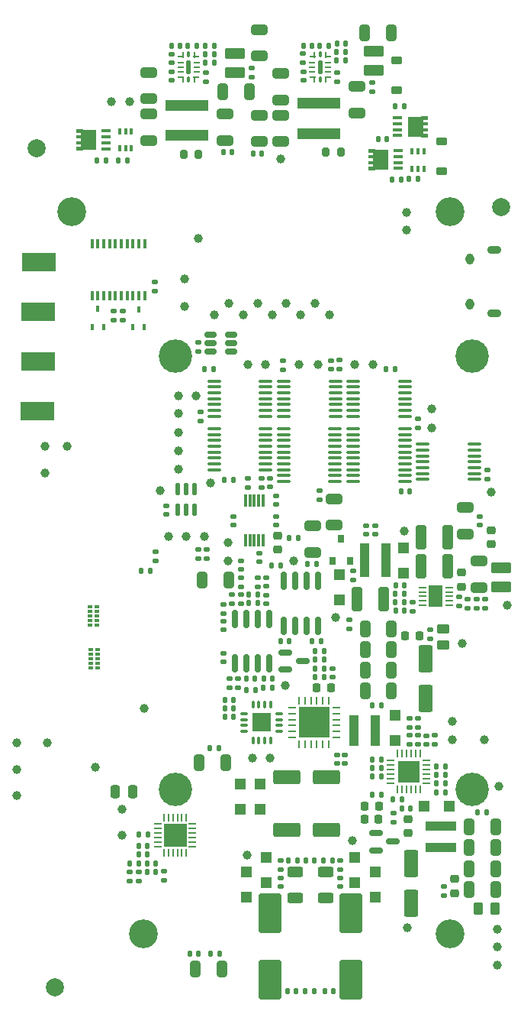
<source format=gbr>
%TF.GenerationSoftware,KiCad,Pcbnew,7.99.0-1.20230926git54171ec.fc37*%
%TF.CreationDate,2023-10-03T14:10:55+01:00*%
%TF.ProjectId,bugg-main-r5,62756767-2d6d-4616-996e-2d72352e6b69,rev?*%
%TF.SameCoordinates,Original*%
%TF.FileFunction,Soldermask,Bot*%
%TF.FilePolarity,Negative*%
%FSLAX46Y46*%
G04 Gerber Fmt 4.6, Leading zero omitted, Abs format (unit mm)*
G04 Created by KiCad (PCBNEW 7.99.0-1.20230926git54171ec.fc37) date 2023-10-03 14:10:55*
%MOMM*%
%LPD*%
G01*
G04 APERTURE LIST*
G04 Aperture macros list*
%AMRoundRect*
0 Rectangle with rounded corners*
0 $1 Rounding radius*
0 $2 $3 $4 $5 $6 $7 $8 $9 X,Y pos of 4 corners*
0 Add a 4 corners polygon primitive as box body*
4,1,4,$2,$3,$4,$5,$6,$7,$8,$9,$2,$3,0*
0 Add four circle primitives for the rounded corners*
1,1,$1+$1,$2,$3*
1,1,$1+$1,$4,$5*
1,1,$1+$1,$6,$7*
1,1,$1+$1,$8,$9*
0 Add four rect primitives between the rounded corners*
20,1,$1+$1,$2,$3,$4,$5,0*
20,1,$1+$1,$4,$5,$6,$7,0*
20,1,$1+$1,$6,$7,$8,$9,0*
20,1,$1+$1,$8,$9,$2,$3,0*%
%AMFreePoly0*
4,1,21,1.372500,0.787500,0.862500,0.787500,0.862500,0.532500,1.372500,0.532500,1.372500,0.127500,0.862500,0.127500,0.862500,-0.127500,1.372500,-0.127500,1.372500,-0.532500,0.862500,-0.532500,0.862500,-0.787500,1.372500,-0.787500,1.372500,-1.195000,0.612500,-1.195000,0.612500,-1.117500,-0.862500,-1.117500,-0.862500,1.117500,0.612500,1.117500,0.612500,1.195000,1.372500,1.195000,
1.372500,0.787500,1.372500,0.787500,$1*%
G04 Aperture macros list end*
%ADD10C,2.000000*%
%ADD11RoundRect,0.135000X0.135000X0.185000X-0.135000X0.185000X-0.135000X-0.185000X0.135000X-0.185000X0*%
%ADD12RoundRect,0.135000X-0.185000X0.135000X-0.185000X-0.135000X0.185000X-0.135000X0.185000X0.135000X0*%
%ADD13RoundRect,0.135000X-0.135000X-0.185000X0.135000X-0.185000X0.135000X0.185000X-0.135000X0.185000X0*%
%ADD14RoundRect,0.140000X0.170000X-0.140000X0.170000X0.140000X-0.170000X0.140000X-0.170000X-0.140000X0*%
%ADD15RoundRect,0.140000X0.140000X0.170000X-0.140000X0.170000X-0.140000X-0.170000X0.140000X-0.170000X0*%
%ADD16RoundRect,0.140000X-0.140000X-0.170000X0.140000X-0.170000X0.140000X0.170000X-0.140000X0.170000X0*%
%ADD17RoundRect,0.140000X-0.170000X0.140000X-0.170000X-0.140000X0.170000X-0.140000X0.170000X0.140000X0*%
%ADD18O,1.550000X0.890000*%
%ADD19O,0.950000X1.250000*%
%ADD20C,3.700000*%
%ADD21C,3.200000*%
%ADD22R,0.990000X0.405000*%
%ADD23FreePoly0,0.000000*%
%ADD24RoundRect,0.200000X0.200000X0.275000X-0.200000X0.275000X-0.200000X-0.275000X0.200000X-0.275000X0*%
%ADD25RoundRect,0.250000X-0.325000X-0.650000X0.325000X-0.650000X0.325000X0.650000X-0.325000X0.650000X0*%
%ADD26RoundRect,0.150000X-0.587500X-0.150000X0.587500X-0.150000X0.587500X0.150000X-0.587500X0.150000X0*%
%ADD27C,1.000000*%
%ADD28FreePoly0,180.000000*%
%ADD29R,0.980000X3.400000*%
%ADD30RoundRect,0.050000X-0.287500X-0.075000X0.287500X-0.075000X0.287500X0.075000X-0.287500X0.075000X0*%
%ADD31RoundRect,0.050000X-0.075000X0.287500X-0.075000X-0.287500X0.075000X-0.287500X0.075000X0.287500X0*%
%ADD32RoundRect,0.050000X-0.275000X-0.075000X0.275000X-0.075000X0.275000X0.075000X-0.275000X0.075000X0*%
%ADD33RoundRect,0.050050X0.124950X0.274950X-0.124950X0.274950X-0.124950X-0.274950X0.124950X-0.274950X0*%
%ADD34RoundRect,0.049950X-0.175050X-0.675050X0.175050X-0.675050X0.175050X0.675050X-0.175050X0.675050X0*%
%ADD35R,1.200000X1.200000*%
%ADD36R,3.800000X2.000000*%
%ADD37RoundRect,0.225000X0.375000X-0.225000X0.375000X0.225000X-0.375000X0.225000X-0.375000X-0.225000X0*%
%ADD38RoundRect,0.135000X0.185000X-0.135000X0.185000X0.135000X-0.185000X0.135000X-0.185000X-0.135000X0*%
%ADD39RoundRect,0.250000X0.650000X-0.325000X0.650000X0.325000X-0.650000X0.325000X-0.650000X-0.325000X0*%
%ADD40RoundRect,0.100000X-0.637500X-0.100000X0.637500X-0.100000X0.637500X0.100000X-0.637500X0.100000X0*%
%ADD41RoundRect,0.250000X0.325000X0.650000X-0.325000X0.650000X-0.325000X-0.650000X0.325000X-0.650000X0*%
%ADD42R,0.550000X0.300000*%
%ADD43R,0.550000X0.400000*%
%ADD44RoundRect,0.218750X0.218750X0.256250X-0.218750X0.256250X-0.218750X-0.256250X0.218750X-0.256250X0*%
%ADD45RoundRect,0.100000X0.637500X0.100000X-0.637500X0.100000X-0.637500X-0.100000X0.637500X-0.100000X0*%
%ADD46R,0.450000X0.700000*%
%ADD47RoundRect,0.250000X1.250000X0.550000X-1.250000X0.550000X-1.250000X-0.550000X1.250000X-0.550000X0*%
%ADD48RoundRect,0.250000X0.625000X-0.312500X0.625000X0.312500X-0.625000X0.312500X-0.625000X-0.312500X0*%
%ADD49RoundRect,0.250000X1.000000X-1.950000X1.000000X1.950000X-1.000000X1.950000X-1.000000X-1.950000X0*%
%ADD50RoundRect,0.250000X0.450000X-0.262500X0.450000X0.262500X-0.450000X0.262500X-0.450000X-0.262500X0*%
%ADD51RoundRect,0.150000X0.150000X-0.825000X0.150000X0.825000X-0.150000X0.825000X-0.150000X-0.825000X0*%
%ADD52RoundRect,0.250000X-0.650000X0.325000X-0.650000X-0.325000X0.650000X-0.325000X0.650000X0.325000X0*%
%ADD53RoundRect,0.250000X-0.325000X-1.100000X0.325000X-1.100000X0.325000X1.100000X-0.325000X1.100000X0*%
%ADD54RoundRect,0.250000X0.550000X-1.250000X0.550000X1.250000X-0.550000X1.250000X-0.550000X-1.250000X0*%
%ADD55RoundRect,0.062500X-0.362500X-0.062500X0.362500X-0.062500X0.362500X0.062500X-0.362500X0.062500X0*%
%ADD56RoundRect,0.062500X-0.062500X-0.362500X0.062500X-0.362500X0.062500X0.362500X-0.062500X0.362500X0*%
%ADD57R,3.400000X3.400000*%
%ADD58RoundRect,0.225000X0.250000X-0.225000X0.250000X0.225000X-0.250000X0.225000X-0.250000X-0.225000X0*%
%ADD59RoundRect,0.062500X0.062500X-0.325000X0.062500X0.325000X-0.062500X0.325000X-0.062500X-0.325000X0*%
%ADD60RoundRect,0.062500X0.325000X-0.062500X0.325000X0.062500X-0.325000X0.062500X-0.325000X-0.062500X0*%
%ADD61R,2.450000X2.450000*%
%ADD62RoundRect,0.062500X0.062500X-0.350000X0.062500X0.350000X-0.062500X0.350000X-0.062500X-0.350000X0*%
%ADD63RoundRect,0.062500X0.350000X-0.062500X0.350000X0.062500X-0.350000X0.062500X-0.350000X-0.062500X0*%
%ADD64R,2.600000X2.600000*%
%ADD65RoundRect,0.225000X-0.250000X0.225000X-0.250000X-0.225000X0.250000X-0.225000X0.250000X0.225000X0*%
%ADD66R,0.980000X3.700000*%
%ADD67RoundRect,0.200000X-0.200000X-0.275000X0.200000X-0.275000X0.200000X0.275000X-0.200000X0.275000X0*%
%ADD68RoundRect,0.250000X-0.850000X0.375000X-0.850000X-0.375000X0.850000X-0.375000X0.850000X0.375000X0*%
%ADD69RoundRect,0.250000X0.262500X0.450000X-0.262500X0.450000X-0.262500X-0.450000X0.262500X-0.450000X0*%
%ADD70RoundRect,0.075000X0.350000X0.075000X-0.350000X0.075000X-0.350000X-0.075000X0.350000X-0.075000X0*%
%ADD71RoundRect,0.075000X0.075000X0.350000X-0.075000X0.350000X-0.075000X-0.350000X0.075000X-0.350000X0*%
%ADD72R,2.100000X2.100000*%
%ADD73RoundRect,0.225000X-0.375000X0.225000X-0.375000X-0.225000X0.375000X-0.225000X0.375000X0.225000X0*%
%ADD74RoundRect,0.125000X-0.125000X0.587500X-0.125000X-0.587500X0.125000X-0.587500X0.125000X0.587500X0*%
%ADD75R,0.400000X1.000000*%
%ADD76R,4.700000X1.180000*%
%ADD77R,3.400000X0.980000*%
%ADD78R,0.300000X1.400000*%
%ADD79R,0.800000X0.900000*%
%ADD80R,0.400000X0.650000*%
%ADD81RoundRect,0.062500X0.362500X0.062500X-0.362500X0.062500X-0.362500X-0.062500X0.362500X-0.062500X0*%
%ADD82R,1.650000X2.380000*%
%ADD83RoundRect,0.225000X0.225000X0.250000X-0.225000X0.250000X-0.225000X-0.250000X0.225000X-0.250000X0*%
%ADD84RoundRect,0.150000X-0.512500X-0.150000X0.512500X-0.150000X0.512500X0.150000X-0.512500X0.150000X0*%
%ADD85RoundRect,0.218750X0.256250X-0.218750X0.256250X0.218750X-0.256250X0.218750X-0.256250X-0.218750X0*%
%ADD86RoundRect,0.218750X-0.218750X-0.256250X0.218750X-0.256250X0.218750X0.256250X-0.218750X0.256250X0*%
%ADD87RoundRect,0.250000X0.250000X0.475000X-0.250000X0.475000X-0.250000X-0.475000X0.250000X-0.475000X0*%
G04 APERTURE END LIST*
D10*
%TO.C,FID6*%
X-24850000Y47000000D03*
%TD*%
D11*
%TO.C,R8*%
X17472500Y43627500D03*
X16452500Y43627500D03*
%TD*%
D12*
%TO.C,R36*%
X12350000Y53276400D03*
X12350000Y54296400D03*
%TD*%
%TO.C,R35*%
X-1000000Y55910000D03*
X-1000000Y54890000D03*
%TD*%
D11*
%TO.C,R17*%
X7585000Y58375000D03*
X6565000Y58375000D03*
%TD*%
%TO.C,R16*%
X9460000Y57656400D03*
X8440000Y57656400D03*
%TD*%
%TO.C,R15*%
X-7065000Y58375000D03*
X-8085000Y58375000D03*
%TD*%
%TO.C,R14*%
X-5135000Y57425000D03*
X-6155000Y57425000D03*
%TD*%
%TO.C,R13*%
X9440000Y56701400D03*
X8420000Y56701400D03*
%TD*%
%TO.C,R12*%
X-5140000Y56475000D03*
X-6160000Y56475000D03*
%TD*%
D13*
%TO.C,R11*%
X15910000Y51650000D03*
X14890000Y51650000D03*
%TD*%
D11*
%TO.C,R7*%
X-14765000Y45650000D03*
X-15785000Y45650000D03*
%TD*%
D14*
%TO.C,C38*%
X-11775000Y31195000D03*
X-11775000Y32155000D03*
%TD*%
D15*
%TO.C,C18*%
X130000Y46425000D03*
X-830000Y46425000D03*
%TD*%
D16*
%TO.C,C17*%
X-4155000Y46575000D03*
X-3195000Y46575000D03*
%TD*%
D15*
%TO.C,C12*%
X9405000Y58591400D03*
X8445000Y58591400D03*
%TD*%
%TO.C,C11*%
X-5165000Y58375000D03*
X-6125000Y58375000D03*
%TD*%
D17*
%TO.C,C10*%
X4716600Y57459400D03*
X4716600Y56499400D03*
%TD*%
D14*
%TO.C,C9*%
X-9875000Y56495000D03*
X-9875000Y57455000D03*
%TD*%
D18*
%TO.C,J15*%
X25900000Y28700000D03*
D19*
X23200000Y29700000D03*
X23200000Y34700000D03*
D18*
X25900000Y35700000D03*
%TD*%
D20*
%TO.C,SP3*%
X23500000Y-24000000D03*
%TD*%
D21*
%TO.C,H4*%
X-13000000Y-40000000D03*
%TD*%
D20*
%TO.C,SP1*%
X-9500000Y24000000D03*
%TD*%
D21*
%TO.C,H1*%
X-21000000Y40000000D03*
%TD*%
D20*
%TO.C,SP2*%
X23500000Y24000000D03*
%TD*%
D21*
%TO.C,H2*%
X21000000Y40000000D03*
%TD*%
D20*
%TO.C,SP4*%
X-9500000Y-24000000D03*
%TD*%
D21*
%TO.C,H3*%
X21000000Y-40000000D03*
%TD*%
D15*
%TO.C,C115*%
X4155000Y3825000D03*
X3195000Y3825000D03*
%TD*%
D22*
%TO.C,Q3*%
X15215000Y48410000D03*
X15215000Y49070000D03*
X15215000Y49730000D03*
X15215000Y50390000D03*
D23*
X17207500Y49400000D03*
%TD*%
D16*
%TO.C,C101*%
X6070000Y-9675000D03*
X7030000Y-9675000D03*
%TD*%
%TO.C,C46*%
X2970000Y-46400000D03*
X3930000Y-46400000D03*
%TD*%
D24*
%TO.C,R109*%
X8885000Y46580000D03*
X7235000Y46580000D03*
%TD*%
D25*
%TO.C,C91*%
X11584762Y-10835714D03*
X14534762Y-10835714D03*
%TD*%
D26*
%TO.C,U31*%
X2762500Y-10750000D03*
X2762500Y-8850000D03*
X4637500Y-9800000D03*
%TD*%
D27*
%TO.C,T10*%
X16150000Y37900000D03*
%TD*%
D22*
%TO.C,Q1*%
X-17150000Y48910000D03*
X-17150000Y48250000D03*
X-17150000Y47590000D03*
X-17150000Y46930000D03*
D28*
X-19142500Y47920000D03*
%TD*%
D29*
%TO.C,L4*%
X10354286Y-17484762D03*
X12724286Y-17484762D03*
%TD*%
D26*
%TO.C,Q10*%
X12777500Y-30775000D03*
X12777500Y-28875000D03*
X14652500Y-29825000D03*
%TD*%
D17*
%TO.C,C120*%
X-6925000Y25455000D03*
X-6925000Y24495000D03*
%TD*%
D30*
%TO.C,U5*%
X-8862500Y54850000D03*
D31*
X-8650000Y54637500D03*
D32*
X-8875000Y55500000D03*
X-8875000Y56000000D03*
X-8875000Y56500000D03*
D30*
X-8862500Y57150000D03*
D31*
X-8650000Y57362500D03*
D33*
X-8000000Y57375000D03*
D31*
X-7350000Y57362500D03*
D30*
X-7137500Y57150000D03*
D32*
X-7125000Y56500000D03*
X-7125000Y56000000D03*
X-7125000Y55500000D03*
D31*
X-7350000Y54637500D03*
D30*
X-7137500Y54850000D03*
D33*
X-8000000Y54625000D03*
D34*
X-8000000Y56000000D03*
%TD*%
D35*
%TO.C,D10*%
X10450000Y-31550000D03*
X10450000Y-34350000D03*
%TD*%
D36*
%TO.C,GC1*%
X-24750000Y17900000D03*
%TD*%
D37*
%TO.C,D4*%
X20100000Y44500000D03*
X20100000Y47800000D03*
%TD*%
D27*
%TO.C,T29*%
X-9150000Y15500000D03*
%TD*%
%TO.C,T17*%
X-16575000Y52200000D03*
%TD*%
%TO.C,T15*%
X-23950000Y11000000D03*
%TD*%
D14*
%TO.C,C126*%
X24350000Y5270000D03*
X24350000Y6230000D03*
%TD*%
D27*
%TO.C,T19*%
X-8250000Y4000000D03*
%TD*%
D15*
%TO.C,C64*%
X-3020000Y-16000000D03*
X-3980000Y-16000000D03*
%TD*%
D25*
%TO.C,C43*%
X11525000Y59786400D03*
X14475000Y59786400D03*
%TD*%
D27*
%TO.C,T51*%
X2750000Y-12500000D03*
%TD*%
D38*
%TO.C,R57*%
X-2220000Y-3460000D03*
X-2220000Y-2440000D03*
%TD*%
D12*
%TO.C,R59*%
X-2500000Y-11790000D03*
X-2500000Y-12810000D03*
%TD*%
D16*
%TO.C,C87*%
X15670000Y-26125000D03*
X16630000Y-26125000D03*
%TD*%
%TO.C,C139*%
X12420238Y-14749286D03*
X13380238Y-14749286D03*
%TD*%
D17*
%TO.C,C42*%
X-9875000Y55480000D03*
X-9875000Y54520000D03*
%TD*%
D27*
%TO.C,T57*%
X-27050000Y-18900000D03*
%TD*%
D14*
%TO.C,C54*%
X8850000Y-34780000D03*
X8850000Y-33820000D03*
%TD*%
D27*
%TO.C,T5*%
X8350000Y-5000000D03*
%TD*%
D35*
%TO.C,D13*%
X-50000Y-26200000D03*
X-50000Y-23400000D03*
%TD*%
D38*
%TO.C,R94*%
X17450000Y-17160000D03*
X17450000Y-16140000D03*
%TD*%
D39*
%TO.C,C13*%
X-3925000Y47875000D03*
X-3925000Y50825000D03*
%TD*%
D27*
%TO.C,T38*%
X-1450000Y23000000D03*
%TD*%
D40*
%TO.C,U19*%
X10287500Y17300000D03*
X10287500Y17950000D03*
X10287500Y18600000D03*
X10287500Y19250000D03*
X10287500Y19900000D03*
X10287500Y20550000D03*
X10287500Y21200000D03*
X16012500Y21200000D03*
X16012500Y20550000D03*
X16012500Y19900000D03*
X16012500Y19250000D03*
X16012500Y18600000D03*
X16012500Y17950000D03*
X16012500Y17300000D03*
%TD*%
D17*
%TO.C,C69*%
X600000Y-2495000D03*
X600000Y-3455000D03*
%TD*%
D27*
%TO.C,T18*%
X-6250000Y4000000D03*
%TD*%
D16*
%TO.C,C72*%
X-1580000Y-11800000D03*
X-620000Y-11800000D03*
%TD*%
D41*
%TO.C,C127*%
X-4325000Y-43900000D03*
X-7275000Y-43900000D03*
%TD*%
D14*
%TO.C,C94*%
X16500000Y-17155000D03*
X16500000Y-16195000D03*
%TD*%
D42*
%TO.C,U11*%
X-18985000Y-5800000D03*
X-18985000Y-5300000D03*
D43*
X-18985000Y-4800000D03*
D42*
X-18985000Y-4300000D03*
X-18985000Y-3800000D03*
X-18215000Y-3800000D03*
X-18215000Y-4300000D03*
D43*
X-18215000Y-4800000D03*
D42*
X-18215000Y-5300000D03*
X-18215000Y-5800000D03*
%TD*%
D44*
%TO.C,FB7*%
X7787500Y-12775000D03*
X6212500Y-12775000D03*
%TD*%
D13*
%TO.C,R26*%
X-14510000Y-32275000D03*
X-13490000Y-32275000D03*
%TD*%
%TO.C,R91*%
X19479286Y-23384762D03*
X20499286Y-23384762D03*
%TD*%
D12*
%TO.C,R52*%
X2200000Y-31940000D03*
X2200000Y-32960000D03*
%TD*%
D45*
%TO.C,U20*%
X8312500Y21200000D03*
X8312500Y20550000D03*
X8312500Y19900000D03*
X8312500Y19250000D03*
X8312500Y18600000D03*
X8312500Y17950000D03*
X8312500Y17300000D03*
X2587500Y17300000D03*
X2587500Y17950000D03*
X2587500Y18600000D03*
X2587500Y19250000D03*
X2587500Y19900000D03*
X2587500Y20550000D03*
X2587500Y21200000D03*
%TD*%
D17*
%TO.C,C76*%
X600000Y-570000D03*
X600000Y-1530000D03*
%TD*%
D25*
%TO.C,C90*%
X11584762Y-13135714D03*
X14534762Y-13135714D03*
%TD*%
D46*
%TO.C,Q28*%
X-17425000Y27200000D03*
X-18725000Y27200000D03*
X-18075000Y29200000D03*
%TD*%
D36*
%TO.C,GC2*%
X-24700000Y23400000D03*
%TD*%
D35*
%TO.C,D17*%
X14914286Y-18609762D03*
X14914286Y-15809762D03*
%TD*%
D47*
%TO.C,C59*%
X7275000Y-28500000D03*
X2875000Y-28500000D03*
%TD*%
D48*
%TO.C,R48*%
X3800000Y-36087500D03*
X3800000Y-33162500D03*
%TD*%
D27*
%TO.C,T48*%
X4250000Y23000000D03*
%TD*%
D12*
%TO.C,R113*%
X-15340000Y28975000D03*
X-15340000Y27955000D03*
%TD*%
D14*
%TO.C,C60*%
X1050000Y9470000D03*
X1050000Y10430000D03*
%TD*%
D49*
%TO.C,C49*%
X10025000Y-45125000D03*
X10025000Y-37725000D03*
%TD*%
D10*
%TO.C,FID5*%
X26650000Y40500000D03*
%TD*%
D16*
%TO.C,C56*%
X5020000Y-31875000D03*
X5980000Y-31875000D03*
%TD*%
D38*
%TO.C,R103*%
X18805000Y-7380000D03*
X18805000Y-6360000D03*
%TD*%
D27*
%TO.C,T34*%
X12500000Y23000000D03*
%TD*%
D45*
%TO.C,U22*%
X562500Y21200000D03*
X562500Y20550000D03*
X562500Y19900000D03*
X562500Y19250000D03*
X562500Y18600000D03*
X562500Y17950000D03*
X562500Y17300000D03*
X-5162500Y17300000D03*
X-5162500Y17950000D03*
X-5162500Y18600000D03*
X-5162500Y19250000D03*
X-5162500Y19900000D03*
X-5162500Y20550000D03*
X-5162500Y21200000D03*
%TD*%
D35*
%TO.C,D8*%
X12700000Y-36000000D03*
X12700000Y-33200000D03*
%TD*%
D39*
%TO.C,C80*%
X5800000Y2225000D03*
X5800000Y5175000D03*
%TD*%
D27*
%TO.C,T35*%
X-7150000Y19600000D03*
%TD*%
D50*
%TO.C,R112*%
X20290000Y-8062500D03*
X20290000Y-6237500D03*
%TD*%
D27*
%TO.C,T37*%
X550000Y23000000D03*
%TD*%
%TO.C,J5*%
X1250000Y28575000D03*
%TD*%
%TO.C,T25*%
X1050000Y-20600000D03*
%TD*%
D14*
%TO.C,C48*%
X17500000Y16040000D03*
X17500000Y17000000D03*
%TD*%
D17*
%TO.C,C25*%
X25200000Y11330000D03*
X25200000Y10370000D03*
%TD*%
D25*
%TO.C,C133*%
X23119286Y-28174762D03*
X26069286Y-28174762D03*
%TD*%
D16*
%TO.C,C117*%
X5220000Y925000D03*
X6180000Y925000D03*
%TD*%
D39*
%TO.C,C103*%
X24200000Y-1675000D03*
X24200000Y1275000D03*
%TD*%
D27*
%TO.C,T46*%
X26250000Y-43500000D03*
%TD*%
D51*
%TO.C,U33*%
X6355000Y-5875000D03*
X5085000Y-5875000D03*
X3815000Y-5875000D03*
X2545000Y-5875000D03*
X2545000Y-925000D03*
X3815000Y-925000D03*
X5085000Y-925000D03*
X6355000Y-925000D03*
%TD*%
D38*
%TO.C,R93*%
X17450000Y-19035000D03*
X17450000Y-18015000D03*
%TD*%
%TO.C,R101*%
X16495000Y-19025000D03*
X16495000Y-18005000D03*
%TD*%
D16*
%TO.C,C47*%
X4970000Y-46400000D03*
X5930000Y-46400000D03*
%TD*%
D27*
%TO.C,T7*%
X27350000Y-3600000D03*
%TD*%
%TO.C,J8*%
X6050000Y29800000D03*
%TD*%
D52*
%TO.C,C45*%
X10700000Y50875000D03*
X10700000Y53825000D03*
%TD*%
D38*
%TO.C,R61*%
X-2175000Y-1560000D03*
X-2175000Y-540000D03*
%TD*%
D17*
%TO.C,C53*%
X2450000Y23430000D03*
X2450000Y22470000D03*
%TD*%
D41*
%TO.C,C129*%
X-3525000Y-850000D03*
X-6475000Y-850000D03*
%TD*%
D42*
%TO.C,U10*%
X-18885000Y-10550000D03*
X-18885000Y-10050000D03*
D43*
X-18885000Y-9550000D03*
D42*
X-18885000Y-9050000D03*
X-18885000Y-8550000D03*
X-18115000Y-8550000D03*
X-18115000Y-9050000D03*
D43*
X-18115000Y-9550000D03*
D42*
X-18115000Y-10050000D03*
X-18115000Y-10550000D03*
%TD*%
D35*
%TO.C,D14*%
X-2250000Y-26200000D03*
X-2250000Y-23400000D03*
%TD*%
D27*
%TO.C,T6*%
X15950000Y4600000D03*
%TD*%
D12*
%TO.C,R78*%
X14750000Y-26670000D03*
X14750000Y-27690000D03*
%TD*%
D53*
%TO.C,C107*%
X17775000Y3900000D03*
X20725000Y3900000D03*
%TD*%
D39*
%TO.C,C16*%
X2190000Y47725000D03*
X2190000Y50675000D03*
%TD*%
D27*
%TO.C,T55*%
X-18350000Y-21600000D03*
%TD*%
D16*
%TO.C,C121*%
X2220000Y-7600000D03*
X3180000Y-7600000D03*
%TD*%
D27*
%TO.C,T47*%
X10450000Y23000000D03*
%TD*%
D38*
%TO.C,R71*%
X-1400000Y9390000D03*
X-1400000Y10410000D03*
%TD*%
D27*
%TO.C,T28*%
X-9150000Y13500000D03*
%TD*%
D38*
%TO.C,R54*%
X-3450000Y-12810000D03*
X-3450000Y-11790000D03*
%TD*%
D13*
%TO.C,R90*%
X14940000Y-3300000D03*
X15960000Y-3300000D03*
%TD*%
D54*
%TO.C,C119*%
X18270000Y-13950000D03*
X18270000Y-9550000D03*
%TD*%
D16*
%TO.C,C74*%
X15570000Y9000000D03*
X16530000Y9000000D03*
%TD*%
D55*
%TO.C,U18*%
X3467462Y-18250000D03*
X3467462Y-17600000D03*
X3467462Y-16950000D03*
X3467462Y-16300000D03*
X3467462Y-15650000D03*
X3467462Y-15000000D03*
D56*
X4292462Y-14175000D03*
X4942462Y-14175000D03*
X5592462Y-14175000D03*
X6242462Y-14175000D03*
X6892462Y-14175000D03*
X7542462Y-14175000D03*
D55*
X8367462Y-15000000D03*
X8367462Y-15650000D03*
X8367462Y-16300000D03*
X8367462Y-16950000D03*
X8367462Y-17600000D03*
X8367462Y-18250000D03*
D56*
X7542462Y-19075000D03*
X6892462Y-19075000D03*
X6242462Y-19075000D03*
X5592462Y-19075000D03*
X4942462Y-19075000D03*
X4292462Y-19075000D03*
D57*
X5917462Y-16625000D03*
%TD*%
D30*
%TO.C,U6*%
X5737500Y54850000D03*
D31*
X5950000Y54637500D03*
D32*
X5725000Y55500000D03*
X5725000Y56000000D03*
X5725000Y56500000D03*
D30*
X5737500Y57150000D03*
D31*
X5950000Y57362500D03*
D33*
X6600000Y57375000D03*
D31*
X7250000Y57362500D03*
D30*
X7462500Y57150000D03*
D32*
X7475000Y56500000D03*
X7475000Y56000000D03*
X7475000Y55500000D03*
D31*
X7250000Y54637500D03*
D30*
X7462500Y54850000D03*
D33*
X6600000Y54625000D03*
D34*
X6600000Y56000000D03*
%TD*%
D13*
%TO.C,R98*%
X5690000Y-7625000D03*
X6710000Y-7625000D03*
%TD*%
D27*
%TO.C,T26*%
X-950000Y-20600000D03*
%TD*%
D11*
%TO.C,R69*%
X14960000Y22500000D03*
X13940000Y22500000D03*
%TD*%
D52*
%TO.C,C6*%
X-12425000Y55425000D03*
X-12425000Y52475000D03*
%TD*%
D58*
%TO.C,C102*%
X25550000Y3125000D03*
X25550000Y4675000D03*
%TD*%
D46*
%TO.C,Q27*%
X-12900000Y27175000D03*
X-14200000Y27175000D03*
X-13550000Y29175000D03*
%TD*%
D59*
%TO.C,U28*%
X17689286Y-24072262D03*
X17189286Y-24072262D03*
X16689286Y-24072262D03*
X16189286Y-24072262D03*
X15689286Y-24072262D03*
X15189286Y-24072262D03*
D60*
X14451786Y-23334762D03*
X14451786Y-22834762D03*
X14451786Y-22334762D03*
X14451786Y-21834762D03*
X14451786Y-21334762D03*
X14451786Y-20834762D03*
D59*
X15189286Y-20097262D03*
X15689286Y-20097262D03*
X16189286Y-20097262D03*
X16689286Y-20097262D03*
X17189286Y-20097262D03*
X17689286Y-20097262D03*
D60*
X18426786Y-20834762D03*
X18426786Y-21334762D03*
X18426786Y-21834762D03*
X18426786Y-22334762D03*
X18426786Y-22834762D03*
X18426786Y-23334762D03*
D61*
X16439286Y-22084762D03*
%TD*%
D17*
%TO.C,C55*%
X2200000Y-33820000D03*
X2200000Y-34780000D03*
%TD*%
D62*
%TO.C,U12*%
X-8250000Y-31037500D03*
X-8750000Y-31037500D03*
X-9250000Y-31037500D03*
X-9750000Y-31037500D03*
X-10250000Y-31037500D03*
X-10750000Y-31037500D03*
D63*
X-11437500Y-30350000D03*
X-11437500Y-29850000D03*
X-11437500Y-29350000D03*
X-11437500Y-28850000D03*
X-11437500Y-28350000D03*
X-11437500Y-27850000D03*
D62*
X-10750000Y-27162500D03*
X-10250000Y-27162500D03*
X-9750000Y-27162500D03*
X-9250000Y-27162500D03*
X-8750000Y-27162500D03*
X-8250000Y-27162500D03*
D63*
X-7562500Y-27850000D03*
X-7562500Y-28350000D03*
X-7562500Y-28850000D03*
X-7562500Y-29350000D03*
X-7562500Y-29850000D03*
X-7562500Y-30350000D03*
D64*
X-9500000Y-29100000D03*
%TD*%
D65*
%TO.C,C104*%
X22300000Y-25000D03*
X22300000Y-1575000D03*
%TD*%
D27*
%TO.C,T2*%
X25570000Y8935000D03*
%TD*%
D16*
%TO.C,C138*%
X24099762Y-26545714D03*
X25059762Y-26545714D03*
%TD*%
D66*
%TO.C,L5*%
X11565000Y1350000D03*
X13935000Y1350000D03*
%TD*%
D11*
%TO.C,R97*%
X15960000Y-2350000D03*
X14940000Y-2350000D03*
%TD*%
%TO.C,R107*%
X2225000Y775000D03*
X1205000Y775000D03*
%TD*%
D13*
%TO.C,R88*%
X12365000Y-20700000D03*
X13385000Y-20700000D03*
%TD*%
%TO.C,R50*%
X6940000Y-31875000D03*
X7960000Y-31875000D03*
%TD*%
D27*
%TO.C,T39*%
X-5550000Y9900000D03*
%TD*%
%TO.C,T20*%
X-10250000Y4000000D03*
%TD*%
D36*
%TO.C,GC3*%
X-24700000Y28900000D03*
%TD*%
D27*
%TO.C,T36*%
X-6950000Y37000000D03*
%TD*%
%TO.C,T13*%
X-14575000Y52200000D03*
%TD*%
D11*
%TO.C,R6*%
X-12290000Y200000D03*
X-13310000Y200000D03*
%TD*%
D39*
%TO.C,C15*%
X-12425000Y47850000D03*
X-12425000Y50800000D03*
%TD*%
D52*
%TO.C,C5*%
X2200000Y55325000D03*
X2200000Y52375000D03*
%TD*%
D38*
%TO.C,R75*%
X-6000000Y1565000D03*
X-6000000Y2585000D03*
%TD*%
D13*
%TO.C,R18*%
X12370000Y-22610000D03*
X13390000Y-22610000D03*
%TD*%
D27*
%TO.C,T52*%
X3650000Y1300000D03*
%TD*%
D14*
%TO.C,C124*%
X-3050000Y5270000D03*
X-3050000Y6230000D03*
%TD*%
D17*
%TO.C,C41*%
X8475000Y55355000D03*
X8475000Y54395000D03*
%TD*%
D39*
%TO.C,C131*%
X22700000Y4275000D03*
X22700000Y7225000D03*
%TD*%
D27*
%TO.C,T53*%
X-15350000Y-29100000D03*
%TD*%
D47*
%TO.C,C58*%
X7275000Y-22675000D03*
X2875000Y-22675000D03*
%TD*%
D12*
%TO.C,R63*%
X100000Y10460000D03*
X100000Y9440000D03*
%TD*%
D27*
%TO.C,J4*%
X-350000Y29800000D03*
%TD*%
D14*
%TO.C,C114*%
X23000000Y-3930000D03*
X23000000Y-2970000D03*
%TD*%
D39*
%TO.C,C130*%
X8150000Y5225000D03*
X8150000Y8175000D03*
%TD*%
D17*
%TO.C,C4*%
X-6100000Y55355000D03*
X-6100000Y54395000D03*
%TD*%
D12*
%TO.C,R27*%
X-13550000Y-33165000D03*
X-13550000Y-34185000D03*
%TD*%
D67*
%TO.C,R110*%
X-8535000Y46355000D03*
X-6885000Y46355000D03*
%TD*%
D35*
%TO.C,D16*%
X20964286Y-25909762D03*
X18164286Y-25909762D03*
%TD*%
D15*
%TO.C,C32*%
X-11670000Y-32250000D03*
X-12630000Y-32250000D03*
%TD*%
D53*
%TO.C,C109*%
X10725000Y-2950000D03*
X13675000Y-2950000D03*
%TD*%
D27*
%TO.C,T12*%
X2250000Y45800000D03*
%TD*%
D68*
%TO.C,L8*%
X12550000Y55611400D03*
X12550000Y57761400D03*
%TD*%
D36*
%TO.C,GC4*%
X-24650000Y34400000D03*
%TD*%
D15*
%TO.C,C123*%
X-4670000Y-19450000D03*
X-5630000Y-19450000D03*
%TD*%
D27*
%TO.C,T58*%
X-27050000Y-21800000D03*
%TD*%
D14*
%TO.C,C70*%
X-4150000Y-9930000D03*
X-4150000Y-8970000D03*
%TD*%
D13*
%TO.C,R74*%
X6040000Y-11575000D03*
X7060000Y-11575000D03*
%TD*%
D16*
%TO.C,C96*%
X19510238Y-21464286D03*
X20470238Y-21464286D03*
%TD*%
D27*
%TO.C,T49*%
X19000000Y18100000D03*
%TD*%
D12*
%TO.C,R114*%
X-16300000Y28975000D03*
X-16300000Y27955000D03*
%TD*%
D22*
%TO.C,Q2*%
X15275000Y46740000D03*
X15275000Y46080000D03*
X15275000Y45420000D03*
X15275000Y44760000D03*
D28*
X13282500Y45750000D03*
%TD*%
D11*
%TO.C,R100*%
X-2990000Y10250000D03*
X-4010000Y10250000D03*
%TD*%
D27*
%TO.C,T43*%
X19000000Y16050000D03*
%TD*%
D41*
%TO.C,C128*%
X-3905000Y-21100000D03*
X-6855000Y-21100000D03*
%TD*%
D13*
%TO.C,R60*%
X-1330000Y-2450000D03*
X-310000Y-2450000D03*
%TD*%
%TO.C,R87*%
X14690000Y-25175000D03*
X15710000Y-25175000D03*
%TD*%
D16*
%TO.C,C27*%
X7125000Y-46425000D03*
X8085000Y-46425000D03*
%TD*%
D38*
%TO.C,R77*%
X-11650000Y1240000D03*
X-11650000Y2260000D03*
%TD*%
D49*
%TO.C,C50*%
X1000000Y-45125000D03*
X1000000Y-37725000D03*
%TD*%
D25*
%TO.C,C88*%
X23114286Y-35109762D03*
X26064286Y-35109762D03*
%TD*%
%TO.C,C134*%
X11579762Y-8535714D03*
X14529762Y-8535714D03*
%TD*%
D12*
%TO.C,R55*%
X-3170000Y-2440000D03*
X-3170000Y-3460000D03*
%TD*%
D27*
%TO.C,T30*%
X-9150000Y17600000D03*
%TD*%
D12*
%TO.C,R95*%
X16850000Y-3250000D03*
X16850000Y-4270000D03*
%TD*%
D13*
%TO.C,R92*%
X19504286Y-22434762D03*
X20524286Y-22434762D03*
%TD*%
D14*
%TO.C,C105*%
X12700000Y4220000D03*
X12700000Y5180000D03*
%TD*%
D69*
%TO.C,R111*%
X25987500Y-37210000D03*
X24162500Y-37210000D03*
%TD*%
D48*
%TO.C,R47*%
X7250000Y-36087500D03*
X7250000Y-33162500D03*
%TD*%
D16*
%TO.C,C132*%
X-7880000Y-42200000D03*
X-6920000Y-42200000D03*
%TD*%
D13*
%TO.C,R83*%
X12370000Y-21655000D03*
X13390000Y-21655000D03*
%TD*%
D27*
%TO.C,T1*%
X24850000Y-18500000D03*
%TD*%
D25*
%TO.C,C136*%
X11579762Y-6215714D03*
X14529762Y-6215714D03*
%TD*%
D38*
%TO.C,R51*%
X8850000Y-32960000D03*
X8850000Y-31940000D03*
%TD*%
D15*
%TO.C,C82*%
X7030000Y-10625000D03*
X6070000Y-10625000D03*
%TD*%
%TO.C,C113*%
X15955000Y-1400000D03*
X14995000Y-1400000D03*
%TD*%
D17*
%TO.C,C33*%
X-10750000Y-33120000D03*
X-10750000Y-34080000D03*
%TD*%
D16*
%TO.C,C73*%
X-1300000Y-3400000D03*
X-340000Y-3400000D03*
%TD*%
D38*
%TO.C,R96*%
X23950000Y-3960000D03*
X23950000Y-2940000D03*
%TD*%
D70*
%TO.C,U23*%
X2075000Y-15650000D03*
X2075000Y-16300000D03*
X2075000Y-16950000D03*
X2075000Y-17600000D03*
D71*
X1100000Y-18575000D03*
X450000Y-18575000D03*
X-200000Y-18575000D03*
X-850000Y-18575000D03*
D70*
X-1825000Y-17600000D03*
X-1825000Y-16950000D03*
X-1825000Y-16300000D03*
X-1825000Y-15650000D03*
D71*
X-850000Y-14675000D03*
X-200000Y-14675000D03*
X450000Y-14675000D03*
X1100000Y-14675000D03*
D72*
X125000Y-16625000D03*
%TD*%
D54*
%TO.C,C118*%
X16700000Y-36650000D03*
X16700000Y-32250000D03*
%TD*%
D12*
%TO.C,R89*%
X10275000Y160000D03*
X10275000Y-860000D03*
%TD*%
D14*
%TO.C,C67*%
X6500000Y8070000D03*
X6500000Y9030000D03*
%TD*%
D27*
%TO.C,T16*%
X-21450000Y14000000D03*
%TD*%
D13*
%TO.C,R28*%
X-13560000Y-29000000D03*
X-12540000Y-29000000D03*
%TD*%
D15*
%TO.C,C122*%
X-4570000Y-42200000D03*
X-5530000Y-42200000D03*
%TD*%
D27*
%TO.C,T4*%
X-27050000Y-24700000D03*
%TD*%
%TO.C,T42*%
X21250000Y-16500000D03*
%TD*%
D14*
%TO.C,C93*%
X18400000Y-19030000D03*
X18400000Y-18070000D03*
%TD*%
D38*
%TO.C,R108*%
X9860000Y-6225000D03*
X9860000Y-5205000D03*
%TD*%
D14*
%TO.C,C78*%
X-125000Y1195000D03*
X-125000Y2155000D03*
%TD*%
D40*
%TO.C,U17*%
X17987500Y10300000D03*
X17987500Y10950000D03*
X17987500Y11600000D03*
X17987500Y12250000D03*
X17987500Y12900000D03*
X17987500Y13550000D03*
X17987500Y14200000D03*
X23712500Y14200000D03*
X23712500Y13550000D03*
X23712500Y12900000D03*
X23712500Y12250000D03*
X23712500Y11600000D03*
X23712500Y10950000D03*
X23712500Y10300000D03*
%TD*%
D10*
%TO.C,FID4*%
X-22850000Y-46000000D03*
%TD*%
D27*
%TO.C,J1*%
X-5150000Y28575000D03*
%TD*%
D73*
%TO.C,D5*%
X15050000Y53400000D03*
X15050000Y56700000D03*
%TD*%
D15*
%TO.C,C40*%
X-12570000Y-30300000D03*
X-13530000Y-30300000D03*
%TD*%
D27*
%TO.C,T54*%
X-15350000Y-26250000D03*
%TD*%
D38*
%TO.C,R73*%
X8775000Y22490000D03*
X8775000Y23510000D03*
%TD*%
D16*
%TO.C,C63*%
X-3980000Y-14100000D03*
X-3020000Y-14100000D03*
%TD*%
D12*
%TO.C,R70*%
X-6650000Y17760000D03*
X-6650000Y16740000D03*
%TD*%
D17*
%TO.C,C68*%
X-4150000Y-5420000D03*
X-4150000Y-6380000D03*
%TD*%
D27*
%TO.C,T23*%
X10150000Y-29700000D03*
%TD*%
%TO.C,J9*%
X7600000Y28525000D03*
%TD*%
D51*
%TO.C,U25*%
X955000Y-10075000D03*
X-315000Y-10075000D03*
X-1585000Y-10075000D03*
X-2855000Y-10075000D03*
X-2855000Y-5125000D03*
X-1585000Y-5125000D03*
X-315000Y-5125000D03*
X955000Y-5125000D03*
%TD*%
D27*
%TO.C,T41*%
X21250000Y-18500000D03*
%TD*%
D15*
%TO.C,C141*%
X13370000Y-24660000D03*
X12410000Y-24660000D03*
%TD*%
D27*
%TO.C,T8*%
X-8450000Y32500000D03*
%TD*%
D74*
%TO.C,U34*%
X-9250000Y9237500D03*
X-8300000Y9237500D03*
X-7350000Y9237500D03*
X-7350000Y6962500D03*
X-8300000Y6962500D03*
X-9250000Y6962500D03*
%TD*%
D75*
%TO.C,U9*%
X-12875000Y30650000D03*
X-13525000Y30650000D03*
X-14175000Y30650000D03*
X-14825000Y30650000D03*
X-15475000Y30650000D03*
X-16125000Y30650000D03*
X-16775000Y30650000D03*
X-17425000Y30650000D03*
X-18075000Y30650000D03*
X-18725000Y30650000D03*
X-18725000Y36450000D03*
X-18075000Y36450000D03*
X-17425000Y36450000D03*
X-16775000Y36450000D03*
X-16125000Y36450000D03*
X-15475000Y36450000D03*
X-14825000Y36450000D03*
X-14175000Y36450000D03*
X-13525000Y36450000D03*
X-12875000Y36450000D03*
%TD*%
D53*
%TO.C,C108*%
X17775000Y700000D03*
X20725000Y700000D03*
%TD*%
D14*
%TO.C,C106*%
X11700000Y4220000D03*
X11700000Y5180000D03*
%TD*%
D15*
%TO.C,C39*%
X-12570000Y-31250000D03*
X-13530000Y-31250000D03*
%TD*%
D58*
%TO.C,C85*%
X16389286Y-28864762D03*
X16389286Y-27314762D03*
%TD*%
D39*
%TO.C,C2*%
X-175000Y60165000D03*
X-175000Y57215000D03*
%TD*%
D38*
%TO.C,R62*%
X-350000Y-1560000D03*
X-350000Y-540000D03*
%TD*%
D76*
%TO.C,L1*%
X-8175000Y51730000D03*
X-8175000Y48420000D03*
%TD*%
D16*
%TO.C,C92*%
X19509286Y-24334762D03*
X20469286Y-24334762D03*
%TD*%
%TO.C,C7*%
X-9905000Y58375000D03*
X-8945000Y58375000D03*
%TD*%
D68*
%TO.C,L6*%
X26700000Y525000D03*
X26700000Y-1625000D03*
%TD*%
D77*
%TO.C,L3*%
X20014286Y-30469762D03*
X20014286Y-28099762D03*
%TD*%
D40*
%TO.C,U24*%
X2537500Y10075000D03*
X2537500Y10725000D03*
X2537500Y11375000D03*
X2537500Y12025000D03*
X2537500Y12675000D03*
X2537500Y13325000D03*
X2537500Y13975000D03*
X2537500Y14625000D03*
X2537500Y15275000D03*
X2537500Y15925000D03*
X8262500Y15925000D03*
X8262500Y15275000D03*
X8262500Y14625000D03*
X8262500Y13975000D03*
X8262500Y13325000D03*
X8262500Y12675000D03*
X8262500Y12025000D03*
X8262500Y11375000D03*
X8262500Y10725000D03*
X8262500Y10075000D03*
%TD*%
D78*
%TO.C,U27*%
X300000Y3550000D03*
X-200000Y3550000D03*
X-700000Y3550000D03*
X-1200000Y3550000D03*
X-1700000Y3550000D03*
X-1700000Y7950000D03*
X-1200000Y7950000D03*
X-700000Y7950000D03*
X-200000Y7950000D03*
X300000Y7950000D03*
%TD*%
D27*
%TO.C,T9*%
X-8450000Y29500000D03*
%TD*%
%TO.C,J2*%
X-3550000Y29800000D03*
%TD*%
%TO.C,T44*%
X26250000Y-39500000D03*
%TD*%
D79*
%TO.C,Q26*%
X9900000Y1300000D03*
X8000000Y1300000D03*
X8950000Y3700000D03*
%TD*%
D17*
%TO.C,C52*%
X7950000Y-10645000D03*
X7950000Y-11605000D03*
%TD*%
D14*
%TO.C,C95*%
X19334762Y-19015714D03*
X19334762Y-18055714D03*
%TD*%
D27*
%TO.C,T3*%
X-12950000Y-15100000D03*
%TD*%
D17*
%TO.C,C111*%
X22050000Y-2720000D03*
X22050000Y-3680000D03*
%TD*%
D14*
%TO.C,C137*%
X-10460000Y6430000D03*
X-10460000Y7390000D03*
%TD*%
D15*
%TO.C,C31*%
X-11670000Y-33200000D03*
X-12630000Y-33200000D03*
%TD*%
D27*
%TO.C,T21*%
X16250000Y-39400000D03*
%TD*%
%TO.C,T56*%
X-23695000Y-18900000D03*
%TD*%
D17*
%TO.C,C79*%
X1700000Y8480000D03*
X1700000Y7520000D03*
%TD*%
D27*
%TO.C,T24*%
X-1500000Y-31325000D03*
%TD*%
D80*
%TO.C,U3*%
X-14335000Y46970000D03*
X-14985000Y46970000D03*
X-15635000Y46970000D03*
X-15635000Y48870000D03*
X-14985000Y48870000D03*
X-14335000Y48870000D03*
%TD*%
D12*
%TO.C,R102*%
X20326428Y-34790476D03*
X20326428Y-35810476D03*
%TD*%
D17*
%TO.C,C3*%
X4725000Y55505000D03*
X4725000Y54545000D03*
%TD*%
D14*
%TO.C,C65*%
X8450000Y-21155000D03*
X8450000Y-20195000D03*
%TD*%
D81*
%TO.C,U32*%
X20900000Y-1650000D03*
X20900000Y-2150000D03*
X20900000Y-2650000D03*
X20900000Y-3150000D03*
X20900000Y-3650000D03*
X18000000Y-3650000D03*
X18000000Y-3150000D03*
X18000000Y-2650000D03*
X18000000Y-2150000D03*
X18000000Y-1650000D03*
D82*
X19450000Y-2650000D03*
%TD*%
D16*
%TO.C,C8*%
X4755000Y58380000D03*
X5715000Y58380000D03*
%TD*%
D27*
%TO.C,T31*%
X-9150000Y19600000D03*
%TD*%
D83*
%TO.C,C140*%
X13105000Y-25870000D03*
X11555000Y-25870000D03*
%TD*%
D13*
%TO.C,R10*%
X15600000Y43500000D03*
X14580000Y43500000D03*
%TD*%
D15*
%TO.C,C62*%
X-3020000Y-15050000D03*
X-3980000Y-15050000D03*
%TD*%
D25*
%TO.C,C89*%
X23114286Y-32809762D03*
X26064286Y-32809762D03*
%TD*%
%TO.C,C135*%
X23119286Y-30494762D03*
X26069286Y-30494762D03*
%TD*%
D27*
%TO.C,T50*%
X6350000Y23000000D03*
%TD*%
%TO.C,J6*%
X2850000Y29800000D03*
%TD*%
%TO.C,T14*%
X-23950000Y14000000D03*
%TD*%
D16*
%TO.C,C71*%
X320000Y-11800000D03*
X1280000Y-11800000D03*
%TD*%
D35*
%TO.C,D12*%
X600000Y-31550000D03*
X600000Y-34350000D03*
%TD*%
D84*
%TO.C,U35*%
X-5537500Y24450000D03*
X-5537500Y25400000D03*
X-5537500Y26350000D03*
X-3262500Y26350000D03*
X-3262500Y25400000D03*
X-3262500Y24450000D03*
%TD*%
D27*
%TO.C,T27*%
X-9150000Y11400000D03*
%TD*%
D40*
%TO.C,U26*%
X10287500Y10075000D03*
X10287500Y10725000D03*
X10287500Y11375000D03*
X10287500Y12025000D03*
X10287500Y12675000D03*
X10287500Y13325000D03*
X10287500Y13975000D03*
X10287500Y14625000D03*
X10287500Y15275000D03*
X10287500Y15925000D03*
X16012500Y15925000D03*
X16012500Y15275000D03*
X16012500Y14625000D03*
X16012500Y13975000D03*
X16012500Y13325000D03*
X16012500Y12675000D03*
X16012500Y12025000D03*
X16012500Y11375000D03*
X16012500Y10725000D03*
X16012500Y10075000D03*
%TD*%
D14*
%TO.C,C125*%
X1750000Y5245000D03*
X1750000Y6205000D03*
%TD*%
%TO.C,C75*%
X-2175000Y320000D03*
X-2175000Y1280000D03*
%TD*%
D39*
%TO.C,C14*%
X-125000Y47725000D03*
X-125000Y50675000D03*
%TD*%
D35*
%TO.C,D19*%
X8700000Y-3075000D03*
X8700000Y-275000D03*
%TD*%
D38*
%TO.C,R25*%
X-14500000Y-34185000D03*
X-14500000Y-33165000D03*
%TD*%
D40*
%TO.C,U21*%
X-5162500Y11375000D03*
X-5162500Y12025000D03*
X-5162500Y12675000D03*
X-5162500Y13325000D03*
X-5162500Y13975000D03*
X-5162500Y14625000D03*
X-5162500Y15275000D03*
X-5162500Y15925000D03*
X562500Y15925000D03*
X562500Y15275000D03*
X562500Y14625000D03*
X562500Y13975000D03*
X562500Y13325000D03*
X562500Y12675000D03*
X562500Y12025000D03*
X562500Y11375000D03*
%TD*%
D35*
%TO.C,D18*%
X15850000Y2750000D03*
X15850000Y-50000D03*
%TD*%
D27*
%TO.C,T45*%
X26250000Y-41500000D03*
%TD*%
D85*
%TO.C,FB5*%
X21540238Y-35551786D03*
X21540238Y-33976786D03*
%TD*%
D27*
%TO.C,T59*%
X26450000Y-23700000D03*
%TD*%
%TO.C,T40*%
X-11175000Y9100000D03*
%TD*%
D17*
%TO.C,C81*%
X7825000Y23480000D03*
X7825000Y22520000D03*
%TD*%
D15*
%TO.C,C116*%
X7030000Y-8750000D03*
X6070000Y-8750000D03*
%TD*%
D16*
%TO.C,C110*%
X14985000Y-4250000D03*
X15945000Y-4250000D03*
%TD*%
D27*
%TO.C,T32*%
X-3650000Y1300000D03*
%TD*%
D86*
%TO.C,FB6*%
X16062500Y-7050000D03*
X17637500Y-7050000D03*
%TD*%
D13*
%TO.C,R53*%
X-1610000Y-13000000D03*
X-590000Y-13000000D03*
%TD*%
%TO.C,R58*%
X290000Y-12800000D03*
X1310000Y-12800000D03*
%TD*%
D27*
%TO.C,J7*%
X4450000Y28575000D03*
%TD*%
%TO.C,T33*%
X-3650000Y3300000D03*
%TD*%
D13*
%TO.C,R9*%
X-18210000Y45650000D03*
X-17190000Y45650000D03*
%TD*%
D14*
%TO.C,C66*%
X9375000Y-21155000D03*
X9375000Y-20195000D03*
%TD*%
D38*
%TO.C,R76*%
X-6950000Y1565000D03*
X-6950000Y2585000D03*
%TD*%
D27*
%TO.C,J3*%
X-1950000Y28575000D03*
%TD*%
D41*
%TO.C,C44*%
X-1275000Y53300000D03*
X-4225000Y53300000D03*
%TD*%
D83*
%TO.C,C86*%
X13095000Y-27375000D03*
X11545000Y-27375000D03*
%TD*%
D27*
%TO.C,T22*%
X22350000Y-7900000D03*
%TD*%
D76*
%TO.C,L2*%
X6450000Y51955000D03*
X6450000Y48645000D03*
%TD*%
D17*
%TO.C,C112*%
X24900000Y-2970000D03*
X24900000Y-3930000D03*
%TD*%
D12*
%TO.C,R56*%
X-4120000Y-3540000D03*
X-4120000Y-4560000D03*
%TD*%
D65*
%TO.C,C77*%
X1900000Y4100000D03*
X1900000Y2550000D03*
%TD*%
D80*
%TO.C,U4*%
X18115000Y44752500D03*
X17465000Y44752500D03*
X16815000Y44752500D03*
X16815000Y46652500D03*
X17465000Y46652500D03*
X18115000Y46652500D03*
%TD*%
D35*
%TO.C,D11*%
X-1600000Y-36000000D03*
X-1600000Y-33200000D03*
%TD*%
D68*
%TO.C,L7*%
X-2825000Y57500000D03*
X-2825000Y55350000D03*
%TD*%
D16*
%TO.C,C57*%
X-6230000Y22500000D03*
X-5270000Y22500000D03*
%TD*%
D27*
%TO.C,T11*%
X16150000Y39900000D03*
%TD*%
D15*
%TO.C,C1*%
X14030000Y48000000D03*
X13070000Y48000000D03*
%TD*%
D11*
%TO.C,R49*%
X4110000Y-31875000D03*
X3090000Y-31875000D03*
%TD*%
D87*
%TO.C,C24*%
X-14225000Y-24275000D03*
X-16125000Y-24275000D03*
%TD*%
M02*

</source>
